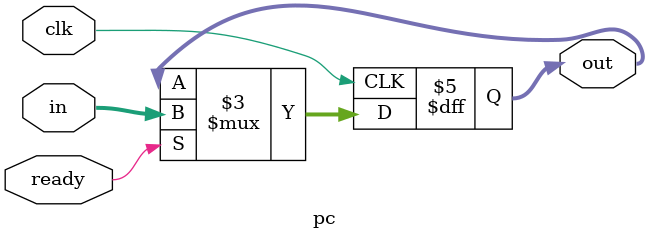
<source format=sv>
module pc (
    clk,in,out,ready
);
  input clk,ready;
  input [31:0] in;
  output reg [31:0] out;
  always @(posedge clk) begin
        if(ready==1)
          out <= in;
  end  
endmodule
</source>
